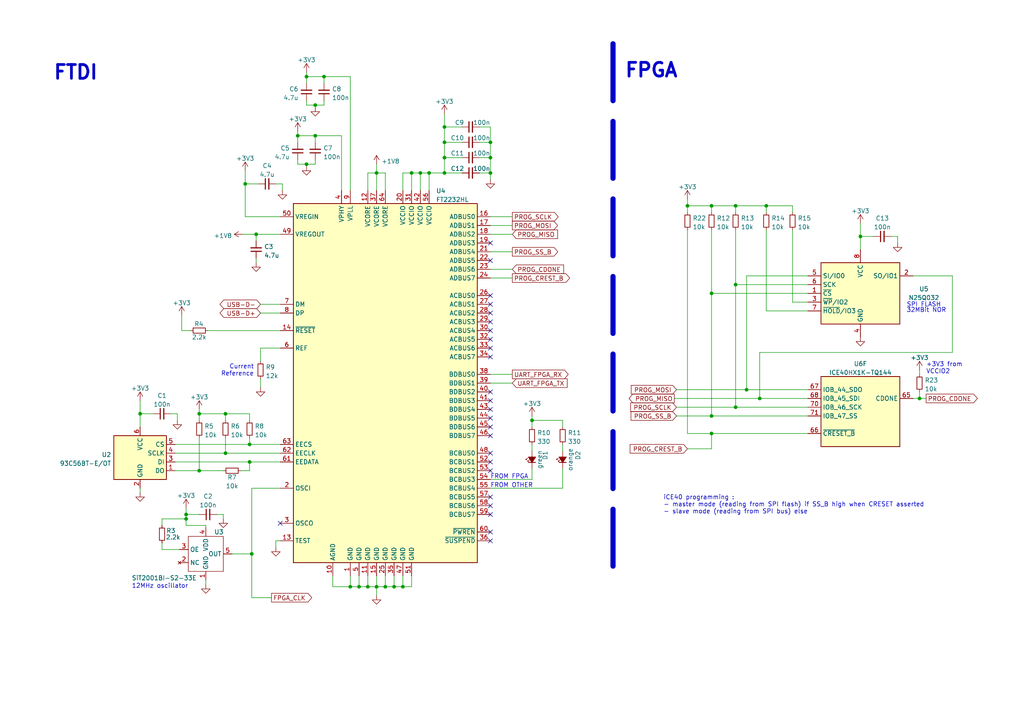
<source format=kicad_sch>
(kicad_sch (version 20211123) (generator eeschema)
  (paper "A4")
  (lib_symbols
    (symbol "Arduino Shields:93C56BT-E{slash}OT"
      (property "Reference" "U?" (at -8.3819 -0.4353 0))
      (property "Value" "93C56BT-E/OT" (at -8.3819 -2.9722 0))
      (symbol "93C56BT-E{slash}OT_1_1"
        (pin tri_state line (at 10.16 -5.08 180) (length 2.54) (name "DO") (number "1"))
        (pin power_in line (at 0 -10.16 90) (length 2.54) (name "GND") (number "2"))
        (pin input line (at 10.16 -2.54 180) (length 2.54) (name "DI") (number "3"))
        (pin input line (at 10.16 0 180) (length 2.54) (name "SCLK") (number "4"))
        (pin input line (at 10.16 2.54 180) (length 2.54) (name "CS") (number "5"))
        (pin power_in line (at 0 7.62 270) (length 2.54) (name "VCC") (number "6"))
      )
    )
    (symbol "Arduino Shields:SiT2001BI-S2-33E"
      (property "Reference" "U" (at 2.54 -6.35 0))
      (property "Value" "SiT2001BI-S2-33E" (at 11.43 -8.89 0))
      (symbol "SiT2001BI-S2-33E_1_1"
        (pin power_out line (at 0 -7.62 90) (length 2.54) (name "GND") (number "1"))
        (pin no_connect line (at -7.62 -2.54 0) (length 2.54) (name "NC") (number "2"))
        (pin input line (at -7.62 1.27 0) (length 2.54) (name "OE") (number "3"))
        (pin power_in line (at 0 7.62 270) (length 2.54) (name "VDD") (number "4"))
        (pin output line (at 7.62 0 180) (length 2.54) (name "OUT") (number "5"))
      )
    )
    (symbol "Device:C_Small" (pin_numbers hide) (pin_names (offset 0.254) hide)
      (property "Reference" "C" (at 0.254 1.778 0))
      (property "Value" "C_Small" (at 0.254 -2.032 0))
      (symbol "C_Small_1_1"
        (pin passive line (at 0 2.54 270) (length 2.032) (name "~") (number "1"))
        (pin passive line (at 0 -2.54 90) (length 2.032) (name "~") (number "2"))
      )
    )
    (symbol "Device:LED_Small_Filled" (pin_numbers hide) (pin_names (offset 0.254) hide)
      (property "Reference" "D" (at -1.27 3.175 0))
      (property "Value" "LED_Small_Filled" (at -4.445 -2.54 0))
      (symbol "LED_Small_Filled_1_1"
        (pin passive line (at -2.54 0 0) (length 1.778) (name "K") (number "1"))
        (pin passive line (at 2.54 0 180) (length 1.778) (name "A") (number "2"))
      )
    )
    (symbol "Device:R_Small" (pin_numbers hide) (pin_names (offset 0.254) hide)
      (property "Reference" "R" (at 0.762 0.508 0))
      (property "Value" "R_Small" (at 0.762 -1.016 0))
      (symbol "R_Small_1_1"
        (pin passive line (at 0 2.54 270) (length 0.762) (name "~") (number "1"))
        (pin passive line (at 0 -2.54 90) (length 0.762) (name "~") (number "2"))
      )
    )
    (symbol "gueg_lib:FT2232HL"
      (property "Reference" "U" (at -26.67 53.34 0))
      (property "Value" "FT2232HL" (at 19.05 53.34 0))
      (symbol "FT2232HL_1_1"
        (pin power_in line (at -10.16 -55.88 90) (length 3.81) (name "GND") (number "1"))
        (pin power_in line (at -15.24 -55.88 90) (length 3.81) (name "AGND") (number "10"))
        (pin power_in line (at -5.08 -55.88 90) (length 3.81) (name "GND") (number "11"))
        (pin power_in line (at -5.08 55.88 270) (length 3.81) (name "VCORE") (number "12"))
        (pin input line (at -30.48 -45.72 0) (length 3.81) (name "TEST") (number "13"))
        (pin input line (at -30.48 15.24 0) (length 3.81) (name "~{RESET}") (number "14"))
        (pin power_in line (at -2.54 -55.88 90) (length 3.81) (name "GND") (number "15"))
        (pin bidirectional line (at 30.48 48.26 180) (length 3.81) (name "ADBUS0") (number "16"))
        (pin bidirectional line (at 30.48 45.72 180) (length 3.81) (name "ADBUS1") (number "17"))
        (pin bidirectional line (at 30.48 43.18 180) (length 3.81) (name "ADBUS2") (number "18"))
        (pin bidirectional line (at 30.48 40.64 180) (length 3.81) (name "ADBUS3") (number "19"))
        (pin input line (at -30.48 -30.48 0) (length 3.81) (name "OSCI") (number "2"))
        (pin power_in line (at 5.08 55.88 270) (length 3.81) (name "VCCIO") (number "20"))
        (pin bidirectional line (at 30.48 38.1 180) (length 3.81) (name "ADBUS4") (number "21"))
        (pin bidirectional line (at 30.48 35.56 180) (length 3.81) (name "ADBUS5") (number "22"))
        (pin bidirectional line (at 30.48 33.02 180) (length 3.81) (name "ADBUS6") (number "23"))
        (pin bidirectional line (at 30.48 30.48 180) (length 3.81) (name "ADBUS7") (number "24"))
        (pin power_in line (at 0 -55.88 90) (length 3.81) (name "GND") (number "25"))
        (pin bidirectional line (at 30.48 25.4 180) (length 3.81) (name "ACBUS0") (number "26"))
        (pin bidirectional line (at 30.48 22.86 180) (length 3.81) (name "ACBUS1") (number "27"))
        (pin bidirectional line (at 30.48 20.32 180) (length 3.81) (name "ACBUS2") (number "28"))
        (pin bidirectional line (at 30.48 17.78 180) (length 3.81) (name "ACBUS3") (number "29"))
        (pin output line (at -30.48 -40.64 0) (length 3.81) (name "OSCO") (number "3"))
        (pin bidirectional line (at 30.48 15.24 180) (length 3.81) (name "ACBUS4") (number "30"))
        (pin power_in line (at 7.62 55.88 270) (length 3.81) (name "VCCIO") (number "31"))
        (pin bidirectional line (at 30.48 12.7 180) (length 3.81) (name "ACBUS5") (number "32"))
        (pin bidirectional line (at 30.48 10.16 180) (length 3.81) (name "ACBUS6") (number "33"))
        (pin bidirectional line (at 30.48 7.62 180) (length 3.81) (name "ACBUS7") (number "34"))
        (pin power_in line (at 2.54 -55.88 90) (length 3.81) (name "GND") (number "35"))
        (pin output line (at 30.48 -45.72 180) (length 3.81) (name "~{SUSPEND}") (number "36"))
        (pin power_in line (at -2.54 55.88 270) (length 3.81) (name "VCORE") (number "37"))
        (pin bidirectional line (at 30.48 2.54 180) (length 3.81) (name "BDBUS0") (number "38"))
        (pin bidirectional line (at 30.48 0 180) (length 3.81) (name "BDBUS1") (number "39"))
        (pin power_in line (at -12.7 55.88 270) (length 3.81) (name "VPHY") (number "4"))
        (pin bidirectional line (at 30.48 -2.54 180) (length 3.81) (name "BDBUS2") (number "40"))
        (pin bidirectional line (at 30.48 -5.08 180) (length 3.81) (name "BDBUS3") (number "41"))
        (pin power_in line (at 10.16 55.88 270) (length 3.81) (name "VCCIO") (number "42"))
        (pin bidirectional line (at 30.48 -7.62 180) (length 3.81) (name "BDBUS4") (number "43"))
        (pin bidirectional line (at 30.48 -10.16 180) (length 3.81) (name "BDBUS5") (number "44"))
        (pin bidirectional line (at 30.48 -12.7 180) (length 3.81) (name "BDBUS6") (number "45"))
        (pin bidirectional line (at 30.48 -15.24 180) (length 3.81) (name "BDBUS7") (number "46"))
        (pin power_in line (at 5.08 -55.88 90) (length 3.81) (name "GND") (number "47"))
        (pin bidirectional line (at 30.48 -20.32 180) (length 3.81) (name "BCBUS0") (number "48"))
        (pin power_out line (at -30.48 43.18 0) (length 3.81) (name "VREGOUT") (number "49"))
        (pin power_in line (at -7.62 -55.88 90) (length 3.81) (name "GND") (number "5"))
        (pin power_in line (at -30.48 48.26 0) (length 3.81) (name "VREGIN") (number "50"))
        (pin power_in line (at 7.62 -55.88 90) (length 3.81) (name "GND") (number "51"))
        (pin bidirectional line (at 30.48 -22.86 180) (length 3.81) (name "BCBUS1") (number "52"))
        (pin bidirectional line (at 30.48 -25.4 180) (length 3.81) (name "BCBUS2") (number "53"))
        (pin bidirectional line (at 30.48 -27.94 180) (length 3.81) (name "BCBUS3") (number "54"))
        (pin bidirectional line (at 30.48 -30.48 180) (length 3.81) (name "BCBUS4") (number "55"))
        (pin power_in line (at 12.7 55.88 270) (length 3.81) (name "VCCIO") (number "56"))
        (pin bidirectional line (at 30.48 -33.02 180) (length 3.81) (name "BCBUS5") (number "57"))
        (pin bidirectional line (at 30.48 -35.56 180) (length 3.81) (name "BCBUS6") (number "58"))
        (pin bidirectional line (at 30.48 -38.1 180) (length 3.81) (name "BCBUS7") (number "59"))
        (pin output line (at -30.48 10.16 0) (length 3.81) (name "REF") (number "6"))
        (pin output line (at 30.48 -43.18 180) (length 3.81) (name "~{PWREN}") (number "60"))
        (pin bidirectional line (at -30.48 -22.86 0) (length 3.81) (name "EEDATA") (number "61"))
        (pin output line (at -30.48 -20.32 0) (length 3.81) (name "EECLK") (number "62"))
        (pin output line (at -30.48 -17.78 0) (length 3.81) (name "EECS") (number "63"))
        (pin power_in line (at 0 55.88 270) (length 3.81) (name "VCORE") (number "64"))
        (pin bidirectional line (at -30.48 22.86 0) (length 3.81) (name "DM") (number "7"))
        (pin bidirectional line (at -30.48 20.32 0) (length 3.81) (name "DP") (number "8"))
        (pin input line (at -10.16 55.88 270) (length 3.81) (name "VPLL") (number "9"))
      )
    )
    (symbol "gueg_lib:ICE40HX1K-TQ144"
      (property "Reference" "U?" (at 21.2521 3.4584 0))
      (property "Value" "ICE40HX1K-TQ144" (at 21.2521 0.9215 0))
      (symbol "ICE40HX1K-TQ144_1_1"
        (pin bidirectional line (at -12.7 27.94 0) (length 3.81) (name "IOT_73") (number "112"))
        (pin bidirectional line (at -12.7 25.4 0) (length 3.81) (name "IOT_74") (number "113"))
        (pin bidirectional line (at -12.7 22.86 0) (length 3.81) (name "IOT_75") (number "114"))
        (pin bidirectional line (at -12.7 20.32 0) (length 3.81) (name "IOT_76") (number "115"))
        (pin bidirectional line (at -12.7 17.78 0) (length 3.81) (name "IOT_77") (number "116"))
        (pin bidirectional line (at -12.7 15.24 0) (length 3.81) (name "IOT_78") (number "117"))
        (pin bidirectional line (at -12.7 12.7 0) (length 3.81) (name "IOT_79") (number "118"))
        (pin bidirectional line (at -12.7 10.16 0) (length 3.81) (name "IOT_80") (number "119"))
        (pin bidirectional line (at -12.7 7.62 0) (length 3.81) (name "IOT_81") (number "120"))
        (pin bidirectional line (at -12.7 5.08 0) (length 3.81) (name "IOT_82") (number "121"))
        (pin bidirectional line (at -12.7 2.54 0) (length 3.81) (name "IOT_83") (number "122"))
        (pin power_in line (at 0 35.56 270) (length 3.81) (name "VCCIO_0") (number "123"))
        (pin bidirectional line (at -12.7 0 0) (length 3.81) (name "IOT_84_GBIN1") (number "128"))
        (pin bidirectional line (at -12.7 -2.54 0) (length 3.81) (name "IOT_85_GBIN0") (number "129"))
        (pin passive line (at 0 35.56 270) (length 3.81) hide (name "VCCIO_0") (number "133"))
        (pin bidirectional line (at -12.7 -5.08 0) (length 3.81) (name "IOT_87") (number "134"))
        (pin bidirectional line (at -12.7 -7.62 0) (length 3.81) (name "IOT_88") (number "135"))
        (pin bidirectional line (at -12.7 -10.16 0) (length 3.81) (name "IOT_89") (number "136"))
        (pin bidirectional line (at -12.7 -12.7 0) (length 3.81) (name "IOT_90") (number "137"))
        (pin bidirectional line (at -12.7 -15.24 0) (length 3.81) (name "IOT_91") (number "138"))
        (pin bidirectional line (at -12.7 -17.78 0) (length 3.81) (name "IOT_92") (number "139"))
        (pin bidirectional line (at -12.7 -20.32 0) (length 3.81) (name "IOT_93") (number "141"))
        (pin bidirectional line (at -12.7 -22.86 0) (length 3.81) (name "IOT_94") (number "142"))
        (pin bidirectional line (at -12.7 -25.4 0) (length 3.81) (name "IOT_95") (number "143"))
        (pin bidirectional line (at -12.7 -27.94 0) (length 3.81) (name "IOT_96") (number "144"))
        (pin no_connect line (at 7.62 10.16 180) (length 3.81) hide (name "NC") (number "15"))
        (pin no_connect line (at 7.62 7.62 180) (length 3.81) hide (name "NC") (number "16"))
        (pin no_connect line (at 7.62 5.08 180) (length 3.81) hide (name "NC") (number "17"))
        (pin no_connect line (at 7.62 -7.62 180) (length 3.81) hide (name "NC") (number "18"))
        (pin no_connect line (at 7.62 -10.16 180) (length 3.81) hide (name "NC") (number "77"))
      )
      (symbol "ICE40HX1K-TQ144_2_1"
        (pin passive line (at 0 38.1 270) (length 3.81) hide (name "VCCIO_1") (number "100"))
        (pin bidirectional line (at -12.7 -17.78 0) (length 3.81) (name "IOR_67") (number "101"))
        (pin bidirectional line (at -12.7 -20.32 0) (length 3.81) (name "IOR_68") (number "102"))
        (pin bidirectional line (at -12.7 -22.86 0) (length 3.81) (name "IOR_69") (number "104"))
        (pin bidirectional line (at -12.7 -25.4 0) (length 3.81) (name "IOR_70") (number "105"))
        (pin bidirectional line (at -12.7 -27.94 0) (length 3.81) (name "IOR_71") (number "106"))
        (pin bidirectional line (at -12.7 -30.48 0) (length 3.81) (name "IOR_72") (number "107"))
        (pin no_connect line (at 7.62 10.16 180) (length 3.81) hide (name "NC") (number "40"))
        (pin no_connect line (at 7.62 7.62 180) (length 3.81) hide (name "NC") (number "53"))
        (pin no_connect line (at 7.62 5.08 180) (length 3.81) hide (name "NC") (number "54"))
        (pin no_connect line (at 7.62 -7.62 180) (length 3.81) hide (name "NC") (number "55"))
        (pin bidirectional line (at -12.7 30.48 0) (length 3.81) (name "IOR_48") (number "73"))
        (pin bidirectional line (at -12.7 27.94 0) (length 3.81) (name "IOR_49") (number "74"))
        (pin bidirectional line (at -12.7 25.4 0) (length 3.81) (name "IOR_50") (number "75"))
        (pin bidirectional line (at -12.7 22.86 0) (length 3.81) (name "IOR_51") (number "76"))
        (pin bidirectional line (at -12.7 20.32 0) (length 3.81) (name "IOR_52") (number "78"))
        (pin bidirectional line (at -12.7 17.78 0) (length 3.81) (name "IOR_53") (number "79"))
        (pin bidirectional line (at -12.7 15.24 0) (length 3.81) (name "IOR_54") (number "80"))
        (pin bidirectional line (at -12.7 12.7 0) (length 3.81) (name "IOR_55") (number "81"))
        (pin no_connect line (at 7.62 -10.16 180) (length 3.81) hide (name "NC") (number "82"))
        (pin bidirectional line (at -12.7 10.16 0) (length 3.81) (name "IOR_56") (number "87"))
        (pin bidirectional line (at -12.7 7.62 0) (length 3.81) (name "IOR_57") (number "88"))
        (pin power_in line (at 0 38.1 270) (length 3.81) (name "VCCIO_1") (number "89"))
        (pin bidirectional line (at -12.7 5.08 0) (length 3.81) (name "IOR_58") (number "90"))
        (pin bidirectional line (at -12.7 2.54 0) (length 3.81) (name "IOR_59") (number "91"))
        (pin bidirectional line (at -12.7 0 0) (length 3.81) (name "IOR_60_GBIN3") (number "93"))
        (pin bidirectional line (at -12.7 -2.54 0) (length 3.81) (name "IOR_61_GBIN2") (number "94"))
        (pin bidirectional line (at -12.7 -5.08 0) (length 3.81) (name "IOR_62") (number "95"))
        (pin bidirectional line (at -12.7 -7.62 0) (length 3.81) (name "IOR_63") (number "96"))
        (pin bidirectional line (at -12.7 -10.16 0) (length 3.81) (name "IOR_64") (number "97"))
        (pin bidirectional line (at -12.7 -12.7 0) (length 3.81) (name "IOR_65") (number "98"))
        (pin bidirectional line (at -12.7 -15.24 0) (length 3.81) (name "IOR_66") (number "99"))
      )
      (symbol "ICE40HX1K-TQ144_3_1"
        (pin no_connect line (at 7.62 -10.16 180) (length 3.81) hide (name "NC") (number "110"))
        (pin no_connect line (at 7.62 -17.78 180) (length 3.81) hide (name "NC") (number "124"))
        (pin bidirectional line (at -12.7 22.86 0) (length 3.81) (name "IOB_24") (number "37"))
        (pin bidirectional line (at -12.7 20.32 0) (length 3.81) (name "IOB_25") (number "38"))
        (pin bidirectional line (at -12.7 17.78 0) (length 3.81) (name "IOB_26") (number "39"))
        (pin bidirectional line (at -12.7 15.24 0) (length 3.81) (name "IOB_27") (number "41"))
        (pin bidirectional line (at -12.7 12.7 0) (length 3.81) (name "IOB_28") (number "42"))
        (pin bidirectional line (at -12.7 10.16 0) (length 3.81) (name "IOB_29") (number "43"))
        (pin bidirectional line (at -12.7 7.62 0) (length 3.81) (name "IOB_30") (number "44"))
        (pin bidirectional line (at -12.7 5.08 0) (length 3.81) (name "IOB_31") (number "45"))
        (pin power_in line (at 0 33.02 270) (length 3.81) (name "VCCIO_2") (number "46"))
        (pin bidirectional line (at -12.7 2.54 0) (length 3.81) (name "IOB_32") (number "47"))
        (pin bidirectional line (at -12.7 0 0) (length 3.81) (name "IOB_33") (number "48"))
        (pin bidirectional line (at -12.7 -2.54 0) (length 3.81) (name "IOB_35_GBIN5") (number "49"))
        (pin bidirectional line (at -12.7 -5.08 0) (length 3.81) (name "IOB_36_GBIN4") (number "50"))
        (pin bidirectional line (at -12.7 -7.62 0) (length 3.81) (name "IOB_34") (number "52"))
        (pin bidirectional line (at -12.7 -10.16 0) (length 3.81) (name "IOB_37") (number "56"))
        (pin passive line (at 0 33.02 270) (length 3.81) hide (name "VCCIO_2") (number "57"))
        (pin bidirectional line (at -12.7 -12.7 0) (length 3.81) (name "IOB_38") (number "58"))
        (pin bidirectional line (at -12.7 -15.24 0) (length 3.81) (name "IOB_39") (number "60"))
        (pin bidirectional line (at -12.7 -17.78 0) (length 3.81) (name "IOB_40") (number "61"))
        (pin bidirectional line (at -12.7 -20.32 0) (length 3.81) (name "IOB_41") (number "62"))
        (pin bidirectional line (at -12.7 -22.86 0) (length 3.81) (name "IOB_42_CBSEL0") (number "63"))
        (pin bidirectional line (at -12.7 -25.4 0) (length 3.81) (name "IOB_43_CBSEL1") (number "64"))
        (pin no_connect line (at 7.62 10.16 180) (length 3.81) hide (name "NC") (number "83"))
        (pin no_connect line (at 7.62 7.62 180) (length 3.81) hide (name "NC") (number "84"))
        (pin no_connect line (at 7.62 -12.7 180) (length 3.81) hide (name "NC") (number "85"))
      )
      (symbol "ICE40HX1K-TQ144_4_1"
        (pin bidirectional line (at -12.7 27.94 0) (length 3.81) (name "IOL_1A") (number "1"))
        (pin bidirectional line (at -12.7 10.16 0) (length 3.81) (name "IOL_4B") (number "10"))
        (pin bidirectional line (at -12.7 7.62 0) (length 3.81) (name "IOL_5A") (number "11"))
        (pin bidirectional line (at -12.7 5.08 0) (length 3.81) (name "IOL_5B") (number "12"))
        (pin no_connect line (at 7.62 10.16 180) (length 3.81) hide (name "NC") (number "125"))
        (pin no_connect line (at 7.62 7.62 180) (length 3.81) hide (name "NC") (number "126"))
        (pin no_connect line (at 7.62 5.08 180) (length 3.81) hide (name "NC") (number "127"))
        (pin no_connect line (at 7.62 -7.62 180) (length 3.81) hide (name "NC") (number "130"))
        (pin no_connect line (at 7.62 -10.16 180) (length 3.81) hide (name "NC") (number "131"))
        (pin bidirectional line (at -12.7 2.54 0) (length 3.81) (name "IOL_6A") (number "19"))
        (pin bidirectional line (at -12.7 25.4 0) (length 3.81) (name "IOL_1B") (number "2"))
        (pin bidirectional line (at -12.7 0 0) (length 3.81) (name "IOL_6B_GBIN7") (number "20"))
        (pin bidirectional line (at -12.7 -2.54 0) (length 3.81) (name "IOL_7A_GBIN6") (number "21"))
        (pin bidirectional line (at -12.7 -5.08 0) (length 3.81) (name "IOL_7B") (number "22"))
        (pin bidirectional line (at -12.7 -7.62 0) (length 3.81) (name "IOL_8A") (number "23"))
        (pin bidirectional line (at -12.7 -10.16 0) (length 3.81) (name "IOL_8B") (number "24"))
        (pin bidirectional line (at -12.7 -12.7 0) (length 3.81) (name "IOL_9A") (number "25"))
        (pin bidirectional line (at -12.7 -15.24 0) (length 3.81) (name "IOL_9B") (number "26"))
        (pin bidirectional line (at -12.7 -17.78 0) (length 3.81) (name "IOL_10A") (number "28"))
        (pin bidirectional line (at -12.7 -20.32 0) (length 3.81) (name "IOL_10B") (number "29"))
        (pin bidirectional line (at -12.7 22.86 0) (length 3.81) (name "IOL_2A") (number "3"))
        (pin passive line (at 0 38.1 270) (length 3.81) hide (name "VCCIO_3") (number "30"))
        (pin bidirectional line (at -12.7 -22.86 0) (length 3.81) (name "IOL_11A") (number "31"))
        (pin bidirectional line (at -12.7 -25.4 0) (length 3.81) (name "IOL_11B") (number "32"))
        (pin bidirectional line (at -12.7 -27.94 0) (length 3.81) (name "IOL_12A") (number "33"))
        (pin bidirectional line (at -12.7 -30.48 0) (length 3.81) (name "IOL_12B") (number "34"))
        (pin bidirectional line (at -12.7 20.32 0) (length 3.81) (name "IOL_2B") (number "4"))
        (pin power_in line (at 0 38.1 270) (length 3.81) (name "VCCIO_3") (number "6"))
        (pin bidirectional line (at -12.7 17.78 0) (length 3.81) (name "IOL_3A") (number "7"))
        (pin bidirectional line (at -12.7 15.24 0) (length 3.81) (name "IOL_3B") (number "8"))
        (pin bidirectional line (at -12.7 12.7 0) (length 3.81) (name "IOL_4A") (number "9"))
      )
      (symbol "ICE40HX1K-TQ144_5_1"
        (pin passive line (at -3.81 -10.16 90) (length 3.81) hide (name "GND") (number "103"))
        (pin power_in line (at 2.54 17.78 270) (length 3.81) (name "VPP_2V5") (number "108"))
        (pin power_in line (at -2.54 17.78 270) (length 3.81) (name "VPP_FAST") (number "109"))
        (pin passive line (at 0 17.78 270) (length 3.81) hide (name "VCC") (number "111"))
        (pin passive line (at -3.81 -10.16 90) (length 3.81) hide (name "GND") (number "13"))
        (pin passive line (at -3.81 -10.16 90) (length 3.81) hide (name "GND") (number "132"))
        (pin passive line (at -3.81 -10.16 90) (length 3.81) hide (name "GND") (number "14"))
        (pin passive line (at -3.81 -10.16 90) (length 3.81) hide (name "GND") (number "140"))
        (pin power_in line (at 0 17.78 270) (length 3.81) (name "VCC") (number "27"))
        (pin power_in line (at 3.81 -10.16 90) (length 3.81) (name "GNDPLL") (number "35"))
        (pin power_in line (at 7.62 17.78 270) (length 3.81) (name "VCCPLL") (number "36"))
        (pin power_in line (at -3.81 -10.16 90) (length 3.81) (name "GND") (number "5"))
        (pin passive line (at 0 17.78 270) (length 3.81) hide (name "VCC") (number "51"))
        (pin passive line (at -3.81 -10.16 90) (length 3.81) hide (name "GND") (number "59"))
        (pin passive line (at -3.81 -10.16 90) (length 3.81) hide (name "GND") (number "69"))
        (pin power_in line (at -7.62 17.78 270) (length 3.81) (name "VCC_SPI") (number "72"))
        (pin passive line (at -3.81 -10.16 90) (length 3.81) hide (name "GND") (number "86"))
        (pin passive line (at 0 17.78 270) (length 3.81) hide (name "VCC") (number "92"))
      )
      (symbol "ICE40HX1K-TQ144_6_1"
        (pin open_collector line (at 15.24 3.81 180) (length 3.81) (name "CDONE") (number "65"))
        (pin input line (at -15.24 -6.35 0) (length 3.81) (name "~{CRESET_B}") (number "66"))
        (pin bidirectional line (at -15.24 6.35 0) (length 3.81) (name "IOB_44_SDO") (number "67"))
        (pin bidirectional line (at -15.24 3.81 0) (length 3.81) (name "IOB_45_SDI") (number "68"))
        (pin bidirectional line (at -15.24 1.27 0) (length 3.81) (name "IOB_46_SCK") (number "70"))
        (pin bidirectional line (at -15.24 -1.27 0) (length 3.81) (name "IOB_47_SS") (number "71"))
      )
    )
    (symbol "gueg_lib:N25Q"
      (property "Reference" "U" (at 2.54 12.7 0))
      (property "Value" "N25Q" (at 10.16 10.16 0))
      (symbol "N25Q_1_1"
        (pin input line (at -15.24 0 0) (length 3.81) (name "~{CS}") (number "1"))
        (pin bidirectional line (at 15.24 5.08 180) (length 3.81) (name "SO/IO1") (number "2"))
        (pin bidirectional line (at -15.24 -2.54 0) (length 3.81) (name "~{WP}/IO2") (number "3"))
        (pin power_in line (at 0 -12.7 90) (length 3.81) (name "GND") (number "4"))
        (pin bidirectional line (at -15.24 5.08 0) (length 3.81) (name "SI/IO0") (number "5"))
        (pin input line (at -15.24 2.54 0) (length 3.81) (name "SCK") (number "6"))
        (pin bidirectional line (at -15.24 -5.08 0) (length 3.81) (name "~{HOLD}/IO3") (number "7"))
        (pin power_in line (at 0 12.7 270) (length 3.81) (name "VCC") (number "8"))
      )
    )
    (symbol "power:+1V8" (power) (pin_names (offset 0))
      (property "Value" "+1V8" (at 0 3.556 0))
      (symbol "+1V8_1_1"
        (pin power_in line (at 0 0 90) (length 0) hide (name "+1V8") (number "1"))
      )
    )
    (symbol "power:+3V3" (power) (pin_names (offset 0))
      (property "Value" "+3V3" (at 0 3.556 0))
      (symbol "+3V3_1_1"
        (pin power_in line (at 0 0 90) (length 0) hide (name "+3V3") (number "1"))
      )
    )
    (symbol "power:GND" (power) (pin_names (offset 0))
      (property "Value" "GND" (at 0 -3.81 0))
      (symbol "GND_1_1"
        (pin power_in line (at 0 0 270) (length 0) hide (name "GND") (number "1"))
      )
    )
  )
  (junction (at 104.14 170.18))
  (junction (at 222.25 59.69))
  (junction (at 220.345 115.57))
  (junction (at 53.975 149.225))
  (junction (at 91.44 30.48))
  (junction (at 124.46 50.165))
  (junction (at 116.84 170.18))
  (junction (at 206.375 59.69))
  (junction (at 128.905 36.83))
  (junction (at 121.92 50.165))
  (junction (at 128.905 50.165))
  (junction (at 57.785 120.015))
  (junction (at 119.38 50.165))
  (junction (at 40.64 120.015))
  (junction (at 111.76 170.18))
  (junction (at 86.36 39.37))
  (junction (at 206.375 85.09))
  (junction (at 128.905 41.275))
  (junction (at 266.7 115.57))
  (junction (at 101.6 170.18))
  (junction (at 106.68 170.18))
  (junction (at 71.12 53.34))
  (junction (at 73.025 160.655))
  (junction (at 142.24 41.275))
  (junction (at 65.405 120.015))
  (junction (at 109.22 170.18))
  (junction (at 65.405 131.445))
  (junction (at 88.9 22.225))
  (junction (at 199.39 59.69))
  (junction (at 249.555 68.58))
  (junction (at 213.36 82.55))
  (junction (at 154.305 121.92))
  (junction (at 109.22 50.165))
  (junction (at 93.98 22.225))
  (junction (at 72.39 133.985))
  (junction (at 53.975 150.495))
  (junction (at 213.36 59.69))
  (junction (at 74.295 67.945))
  (junction (at 57.785 136.525))
  (junction (at 206.375 125.73))
  (junction (at 91.44 39.37))
  (junction (at 216.535 113.03))
  (junction (at 213.36 118.11))
  (junction (at 128.905 45.72))
  (junction (at 114.3 170.18))
  (junction (at 88.9 47.625))
  (junction (at 142.24 45.72))
  (junction (at 72.39 128.905))
  (junction (at 206.375 120.65))
  (junction (at 142.24 50.165))
  (no_connect (at 81.28 151.765))
  (no_connect (at 142.24 90.805))
  (no_connect (at 142.24 136.525))
  (no_connect (at 142.24 121.285))
  (no_connect (at 142.24 95.885))
  (no_connect (at 142.24 118.745))
  (no_connect (at 142.24 146.685))
  (no_connect (at 142.24 88.265))
  (no_connect (at 142.24 103.505))
  (no_connect (at 142.24 149.225))
  (no_connect (at 142.24 85.725))
  (no_connect (at 142.24 116.205))
  (no_connect (at 142.24 131.445))
  (no_connect (at 142.24 133.985))
  (no_connect (at 142.24 70.485))
  (no_connect (at 142.24 126.365))
  (no_connect (at 142.24 98.425))
  (no_connect (at 142.24 93.345))
  (no_connect (at 142.24 113.665))
  (no_connect (at 142.24 123.825))
  (no_connect (at 142.24 144.145))
  (no_connect (at 142.24 75.565))
  (no_connect (at 142.24 100.965))
  (no_connect (at 142.24 154.305))
  (no_connect (at 142.24 156.845))
  (wire (pts (xy 128.905 45.72) (xy 128.905 50.165)))
  (wire (pts (xy 53.975 149.225) (xy 53.975 147.32)))
  (wire (pts (xy 133.985 41.275) (xy 128.905 41.275)))
  (wire (pts (xy 73.025 141.605) (xy 73.025 160.655)))
  (wire (pts (xy 104.14 170.18) (xy 106.68 170.18)))
  (wire (pts (xy 93.98 29.21) (xy 93.98 30.48)))
  (wire (pts (xy 114.3 170.18) (xy 116.84 170.18)))
  (wire (pts (xy 142.24 41.275) (xy 142.24 45.72)))
  (wire (pts (xy 142.24 139.065) (xy 154.305 139.065)))
  (wire (pts (xy 154.305 121.92) (xy 154.305 123.825)))
  (wire (pts (xy 206.375 85.09) (xy 206.375 120.65)))
  (wire (pts (xy 59.69 152.4) (xy 59.69 153.035)))
  (wire (pts (xy 93.98 24.13) (xy 93.98 22.225)))
  (wire (pts (xy 86.36 38.1) (xy 86.36 39.37)))
  (wire (pts (xy 73.025 173.355) (xy 78.74 173.355)))
  (wire (pts (xy 71.12 53.34) (xy 71.12 62.865)))
  (wire (pts (xy 64.77 149.225) (xy 64.77 150.495)))
  (wire (pts (xy 50.8 131.445) (xy 65.405 131.445)))
  (wire (pts (xy 116.84 55.245) (xy 116.84 50.165)))
  (wire (pts (xy 46.99 152.4) (xy 46.99 150.495)))
  (wire (pts (xy 101.6 167.005) (xy 101.6 170.18)))
  (wire (pts (xy 199.39 57.785) (xy 199.39 59.69)))
  (wire (pts (xy 86.36 39.37) (xy 91.44 39.37)))
  (wire (pts (xy 71.12 53.34) (xy 71.12 49.53)))
  (wire (pts (xy 57.785 127) (xy 57.785 136.525)))
  (wire (pts (xy 142.24 45.72) (xy 142.24 50.165)))
  (wire (pts (xy 65.405 131.445) (xy 81.28 131.445)))
  (wire (pts (xy 88.9 20.955) (xy 88.9 22.225)))
  (wire (pts (xy 72.39 136.525) (xy 72.39 133.985)))
  (wire (pts (xy 213.36 82.55) (xy 213.36 118.11)))
  (wire (pts (xy 57.785 120.015) (xy 57.785 118.745)))
  (polyline (pts (xy 177.8 12.7) (xy 177.8 165.1)) (stroke (width 1.5) (type dash)))
  (wire (pts (xy 57.785 136.525) (xy 64.77 136.525)))
  (wire (pts (xy 81.28 62.865) (xy 71.12 62.865)))
  (wire (pts (xy 111.76 170.18) (xy 114.3 170.18)))
  (wire (pts (xy 119.38 170.18) (xy 119.38 167.005)))
  (wire (pts (xy 57.785 120.015) (xy 57.785 121.92)))
  (wire (pts (xy 106.68 55.245) (xy 106.68 50.165)))
  (wire (pts (xy 65.405 120.015) (xy 57.785 120.015)))
  (wire (pts (xy 116.84 167.005) (xy 116.84 170.18)))
  (wire (pts (xy 222.25 59.69) (xy 229.87 59.69)))
  (wire (pts (xy 109.22 167.005) (xy 109.22 170.18)))
  (wire (pts (xy 53.975 149.225) (xy 53.975 150.495)))
  (wire (pts (xy 220.345 115.57) (xy 234.315 115.57)))
  (wire (pts (xy 266.7 108.585) (xy 266.7 107.315)))
  (wire (pts (xy 86.36 46.355) (xy 86.36 47.625)))
  (wire (pts (xy 264.795 115.57) (xy 266.7 115.57)))
  (wire (pts (xy 65.405 120.015) (xy 65.405 121.92)))
  (wire (pts (xy 91.44 30.48) (xy 93.98 30.48)))
  (wire (pts (xy 111.76 167.005) (xy 111.76 170.18)))
  (wire (pts (xy 106.68 167.005) (xy 106.68 170.18)))
  (wire (pts (xy 139.065 36.83) (xy 142.24 36.83)))
  (wire (pts (xy 206.375 130.175) (xy 206.375 125.73)))
  (wire (pts (xy 128.905 50.165) (xy 133.985 50.165)))
  (wire (pts (xy 80.01 158.75) (xy 80.01 156.845)))
  (wire (pts (xy 91.44 30.48) (xy 91.44 31.115)))
  (wire (pts (xy 276.225 102.235) (xy 220.345 102.235)))
  (wire (pts (xy 266.7 115.57) (xy 268.605 115.57)))
  (wire (pts (xy 44.45 120.015) (xy 40.64 120.015)))
  (wire (pts (xy 196.215 118.11) (xy 213.36 118.11)))
  (wire (pts (xy 75.565 88.265) (xy 81.28 88.265)))
  (wire (pts (xy 124.46 50.165) (xy 128.905 50.165)))
  (wire (pts (xy 234.315 87.63) (xy 229.87 87.63)))
  (wire (pts (xy 142.24 111.125) (xy 148.59 111.125)))
  (wire (pts (xy 139.065 41.275) (xy 142.24 41.275)))
  (wire (pts (xy 276.225 80.01) (xy 276.225 102.235)))
  (wire (pts (xy 206.375 125.73) (xy 234.315 125.73)))
  (wire (pts (xy 106.68 50.165) (xy 109.22 50.165)))
  (wire (pts (xy 199.39 125.73) (xy 206.375 125.73)))
  (wire (pts (xy 142.24 50.165) (xy 142.24 52.07)))
  (wire (pts (xy 222.25 90.17) (xy 222.25 66.675)))
  (wire (pts (xy 222.25 90.17) (xy 234.315 90.17)))
  (wire (pts (xy 55.245 95.885) (xy 52.705 95.885)))
  (wire (pts (xy 213.36 82.55) (xy 234.315 82.55)))
  (wire (pts (xy 142.24 141.605) (xy 163.195 141.605)))
  (wire (pts (xy 109.22 170.18) (xy 109.22 172.72)))
  (wire (pts (xy 222.25 61.595) (xy 222.25 59.69)))
  (wire (pts (xy 213.36 66.675) (xy 213.36 82.55)))
  (wire (pts (xy 72.39 120.015) (xy 65.405 120.015)))
  (wire (pts (xy 128.905 33.02) (xy 128.905 36.83)))
  (wire (pts (xy 72.39 127) (xy 72.39 128.905)))
  (wire (pts (xy 91.44 46.355) (xy 91.44 47.625)))
  (wire (pts (xy 75.565 109.855) (xy 75.565 112.395)))
  (wire (pts (xy 52.07 159.385) (xy 46.99 159.385)))
  (wire (pts (xy 99.06 39.37) (xy 99.06 55.245)))
  (wire (pts (xy 119.38 50.165) (xy 119.38 55.245)))
  (wire (pts (xy 142.24 80.645) (xy 148.59 80.645)))
  (wire (pts (xy 75.565 104.775) (xy 75.565 100.965)))
  (wire (pts (xy 73.025 141.605) (xy 81.28 141.605)))
  (wire (pts (xy 50.8 133.985) (xy 72.39 133.985)))
  (wire (pts (xy 128.905 41.275) (xy 128.905 45.72)))
  (wire (pts (xy 88.9 47.625) (xy 88.9 48.26)))
  (wire (pts (xy 216.535 113.03) (xy 234.315 113.03)))
  (wire (pts (xy 106.68 170.18) (xy 109.22 170.18)))
  (wire (pts (xy 142.24 108.585) (xy 148.59 108.585)))
  (wire (pts (xy 121.92 50.165) (xy 124.46 50.165)))
  (wire (pts (xy 163.195 128.905) (xy 163.195 130.81)))
  (wire (pts (xy 114.3 167.005) (xy 114.3 170.18)))
  (wire (pts (xy 72.39 128.905) (xy 81.28 128.905)))
  (wire (pts (xy 86.36 47.625) (xy 88.9 47.625)))
  (wire (pts (xy 264.795 80.01) (xy 276.225 80.01)))
  (wire (pts (xy 75.565 90.805) (xy 81.28 90.805)))
  (wire (pts (xy 111.76 55.245) (xy 111.76 50.165)))
  (wire (pts (xy 59.69 168.275) (xy 59.69 169.545)))
  (wire (pts (xy 74.93 53.34) (xy 71.12 53.34)))
  (wire (pts (xy 53.975 150.495) (xy 53.975 152.4)))
  (wire (pts (xy 234.315 80.01) (xy 216.535 80.01)))
  (wire (pts (xy 220.345 102.235) (xy 220.345 115.57)))
  (wire (pts (xy 142.24 73.025) (xy 148.59 73.025)))
  (wire (pts (xy 101.6 22.225) (xy 101.6 55.245)))
  (wire (pts (xy 229.87 61.595) (xy 229.87 59.69)))
  (wire (pts (xy 101.6 22.225) (xy 93.98 22.225)))
  (wire (pts (xy 199.39 66.675) (xy 199.39 125.73)))
  (wire (pts (xy 46.99 150.495) (xy 53.975 150.495)))
  (wire (pts (xy 142.24 36.83) (xy 142.24 41.275)))
  (wire (pts (xy 154.305 120.65) (xy 154.305 121.92)))
  (wire (pts (xy 116.84 50.165) (xy 119.38 50.165)))
  (wire (pts (xy 142.24 67.945) (xy 148.59 67.945)))
  (wire (pts (xy 199.39 59.69) (xy 199.39 61.595)))
  (wire (pts (xy 206.375 85.09) (xy 234.315 85.09)))
  (wire (pts (xy 74.295 69.85) (xy 74.295 67.945)))
  (wire (pts (xy 52.705 95.885) (xy 52.705 91.44)))
  (wire (pts (xy 70.485 67.945) (xy 74.295 67.945)))
  (wire (pts (xy 109.22 50.165) (xy 109.22 55.245)))
  (wire (pts (xy 88.9 47.625) (xy 91.44 47.625)))
  (wire (pts (xy 46.99 159.385) (xy 46.99 157.48)))
  (wire (pts (xy 121.92 50.165) (xy 121.92 55.245)))
  (wire (pts (xy 60.325 95.885) (xy 81.28 95.885)))
  (wire (pts (xy 163.195 141.605) (xy 163.195 135.89)))
  (wire (pts (xy 206.375 59.69) (xy 213.36 59.69)))
  (wire (pts (xy 253.365 68.58) (xy 249.555 68.58)))
  (wire (pts (xy 196.215 113.03) (xy 216.535 113.03)))
  (wire (pts (xy 88.9 30.48) (xy 91.44 30.48)))
  (wire (pts (xy 91.44 41.275) (xy 91.44 39.37)))
  (wire (pts (xy 124.46 50.165) (xy 124.46 55.245)))
  (wire (pts (xy 73.025 160.655) (xy 67.31 160.655)))
  (wire (pts (xy 72.39 121.92) (xy 72.39 120.015)))
  (wire (pts (xy 96.52 170.18) (xy 101.6 170.18)))
  (wire (pts (xy 80.01 53.34) (xy 81.915 53.34)))
  (wire (pts (xy 88.9 29.21) (xy 88.9 30.48)))
  (wire (pts (xy 51.435 120.015) (xy 51.435 121.92)))
  (wire (pts (xy 57.785 149.225) (xy 53.975 149.225)))
  (wire (pts (xy 50.8 136.525) (xy 57.785 136.525)))
  (wire (pts (xy 139.065 50.165) (xy 142.24 50.165)))
  (wire (pts (xy 163.195 121.92) (xy 154.305 121.92)))
  (wire (pts (xy 88.9 24.13) (xy 88.9 22.225)))
  (wire (pts (xy 199.39 130.175) (xy 206.375 130.175)))
  (wire (pts (xy 249.555 68.58) (xy 249.555 64.77)))
  (wire (pts (xy 73.025 160.655) (xy 73.025 173.355)))
  (wire (pts (xy 81.915 53.34) (xy 81.915 55.245)))
  (wire (pts (xy 206.375 66.675) (xy 206.375 85.09)))
  (wire (pts (xy 86.36 41.275) (xy 86.36 39.37)))
  (wire (pts (xy 142.24 62.865) (xy 148.59 62.865)))
  (wire (pts (xy 119.38 50.165) (xy 121.92 50.165)))
  (wire (pts (xy 50.8 128.905) (xy 72.39 128.905)))
  (wire (pts (xy 109.22 50.165) (xy 109.22 47.625)))
  (wire (pts (xy 128.905 45.72) (xy 133.985 45.72)))
  (wire (pts (xy 213.36 118.11) (xy 234.315 118.11)))
  (wire (pts (xy 206.375 120.65) (xy 234.315 120.65)))
  (wire (pts (xy 128.905 36.83) (xy 133.985 36.83)))
  (wire (pts (xy 196.215 120.65) (xy 206.375 120.65)))
  (wire (pts (xy 213.36 59.69) (xy 222.25 59.69)))
  (wire (pts (xy 258.445 68.58) (xy 260.35 68.58)))
  (wire (pts (xy 53.975 152.4) (xy 59.69 152.4)))
  (wire (pts (xy 266.7 113.665) (xy 266.7 115.57)))
  (wire (pts (xy 163.195 123.825) (xy 163.195 121.92)))
  (wire (pts (xy 109.22 170.18) (xy 111.76 170.18)))
  (wire (pts (xy 96.52 170.18) (xy 96.52 167.005)))
  (wire (pts (xy 111.76 50.165) (xy 109.22 50.165)))
  (wire (pts (xy 74.295 74.93) (xy 74.295 76.2)))
  (wire (pts (xy 40.64 120.015) (xy 40.64 123.825)))
  (wire (pts (xy 104.14 167.005) (xy 104.14 170.18)))
  (wire (pts (xy 40.64 120.015) (xy 40.64 116.205)))
  (wire (pts (xy 80.01 156.845) (xy 81.28 156.845)))
  (wire (pts (xy 195.58 115.57) (xy 220.345 115.57)))
  (wire (pts (xy 213.36 61.595) (xy 213.36 59.69)))
  (wire (pts (xy 62.865 149.225) (xy 64.77 149.225)))
  (wire (pts (xy 199.39 59.69) (xy 206.375 59.69)))
  (wire (pts (xy 49.53 120.015) (xy 51.435 120.015)))
  (wire (pts (xy 249.555 68.58) (xy 249.555 72.39)))
  (wire (pts (xy 206.375 59.69) (xy 206.375 61.595)))
  (wire (pts (xy 142.24 65.405) (xy 148.59 65.405)))
  (wire (pts (xy 142.24 78.105) (xy 148.59 78.105)))
  (wire (pts (xy 154.305 128.905) (xy 154.305 130.81)))
  (wire (pts (xy 72.39 133.985) (xy 81.28 133.985)))
  (wire (pts (xy 229.87 87.63) (xy 229.87 66.675)))
  (wire (pts (xy 260.35 68.58) (xy 260.35 70.485)))
  (wire (pts (xy 101.6 170.18) (xy 104.14 170.18)))
  (wire (pts (xy 69.85 136.525) (xy 72.39 136.525)))
  (wire (pts (xy 99.06 39.37) (xy 91.44 39.37)))
  (wire (pts (xy 74.295 67.945) (xy 81.28 67.945)))
  (wire (pts (xy 65.405 127) (xy 65.405 131.445)))
  (wire (pts (xy 128.905 36.83) (xy 128.905 41.275)))
  (wire (pts (xy 75.565 100.965) (xy 81.28 100.965)))
  (wire (pts (xy 216.535 80.01) (xy 216.535 113.03)))
  (wire (pts (xy 88.9 22.225) (xy 93.98 22.225)))
  (wire (pts (xy 154.305 135.89) (xy 154.305 139.065)))
  (wire (pts (xy 139.065 45.72) (xy 142.24 45.72)))
  (wire (pts (xy 116.84 170.18) (xy 119.38 170.18)))
  (wire (pts (xy 40.64 141.605) (xy 40.64 142.875)))
  (text "Current\nReference" (at 73.66 109.22 180) (effects (font (size 1.27 1.27)) (justify right bottom)))
  (text "32MBit NOR" (at 262.89 90.805 0) (effects (font (size 1.27 1.27)) (justify left bottom)))
  (text "FTDI" (at 15.24 23.495 0) (effects (font (size 4 4) (thickness 0.8) bold) (justify left bottom)))
  (text "FROM FPGA" (at 142.24 139.065 0) (effects (font (size 1.27 1.27)) (justify left bottom)))
  (text "12MHz oscillator" (at 54.61 170.815 180) (effects (font (size 1.27 1.27)) (justify right bottom)))
  (text "FROM OTHER" (at 142.24 141.605 0) (effects (font (size 1.27 1.27)) (justify left bottom)))
  (text "FPGA" (at 180.975 22.86 0) (effects (font (size 4 4) (thickness 0.8) bold) (justify left bottom)))
  (text "SPI FLASH" (at 262.9558 89.1834 0) (effects (font (size 1.27 1.27)) (justify left bottom)))
  (text "iCE40 programming :\n- master mode (reading from SPI flash) if SS_B high when CRESET asserted\n- slave mode (reading from SPI bus) else" (at 192.405 149.225 0) (effects (font (size 1.27 1.27)) (justify left bottom)))
  (text "+3V3 from\nVCCIO2" (at 268.605 108.585 0) (effects (font (size 1.27 1.27)) (justify left bottom)))
  (global_label "FPGA_CLK" (shape output) (at 78.74 173.355 0) (property "Intersheet References" "${INTERSHEET_REFS}" (effects hide)))
  (global_label "USB-D-" (shape bidirectional) (at 75.565 88.265 180) (property "Intersheet References" "${INTERSHEET_REFS}" (effects hide)))
  (global_label "PROG_CDONE" (shape output) (at 268.605 115.57 0) (property "Intersheet References" "${INTERSHEET_REFS}" (effects hide)))
  (global_label "UART_FPGA_TX" (shape input) (at 148.59 111.125 0) (property "Intersheet References" "${INTERSHEET_REFS}" (effects hide)))
  (global_label "PROG_MISO" (shape output) (at 195.58 115.57 180) (property "Intersheet References" "${INTERSHEET_REFS}" (effects hide)))
  (global_label "PROG_SCLK" (shape output) (at 148.59 62.865 0) (property "Intersheet References" "${INTERSHEET_REFS}" (effects hide)))
  (global_label "PROG_MOSI" (shape input) (at 196.215 113.03 180) (property "Intersheet References" "${INTERSHEET_REFS}" (effects hide)))
  (global_label "USB-D+" (shape bidirectional) (at 75.565 90.805 180) (property "Intersheet References" "${INTERSHEET_REFS}" (effects hide)))
  (global_label "PROG_MOSI" (shape output) (at 148.59 65.405 0) (property "Intersheet References" "${INTERSHEET_REFS}" (effects hide)))
  (global_label "PROG_MISO" (shape input) (at 148.59 67.945 0) (property "Intersheet References" "${INTERSHEET_REFS}" (effects hide)))
  (global_label "PROG_CREST_B" (shape output) (at 148.59 80.645 0) (property "Intersheet References" "${INTERSHEET_REFS}" (effects hide)))
  (global_label "PROG_CDONE" (shape input) (at 148.59 78.105 0) (property "Intersheet References" "${INTERSHEET_REFS}" (effects hide)))
  (global_label "PROG_SS_B" (shape input) (at 196.215 120.65 180) (property "Intersheet References" "${INTERSHEET_REFS}" (effects hide)))
  (global_label "PROG_SS_B" (shape output) (at 148.59 73.025 0) (property "Intersheet References" "${INTERSHEET_REFS}" (effects hide)))
  (global_label "PROG_SCLK" (shape input) (at 196.215 118.11 180) (property "Intersheet References" "${INTERSHEET_REFS}" (effects hide)))
  (global_label "UART_FPGA_RX" (shape output) (at 148.59 108.585 0) (property "Intersheet References" "${INTERSHEET_REFS}" (effects hide)))
  (global_label "PROG_CREST_B" (shape input) (at 199.39 130.175 180) (property "Intersheet References" "${INTERSHEET_REFS}" (effects hide)))
  (symbol (lib_id "Device:R_Small") (at 222.25 64.135 0) (unit 1)
    (property "Reference" "R14" (at 223.7486 63.3003 0) (effects (justify left)))
    (property "Value" "10k" (at 223.7486 65.8372 0) (effects (justify left)))
    (property "Footprint" "Resistor_SMD:R_0402_1005Metric" (effects hide))
    (property "Price" "0,014" (effects hide))
    (property "Store Ref" "603-RC0402JR-7D10KL" (effects hide))
  )
  (symbol (lib_id "power:GND") (at 51.435 121.92 0) (mirror y) (unit 1)
    (property "Reference" "#PWR07" (effects hide))
    (property "Value" "GND" (effects hide))
  )
  (symbol (lib_id "Device:C_Small") (at 136.525 36.83 90) (unit 1)
    (property "Reference" "C9" (at 134.62 35.56 90) (effects (justify left)))
    (property "Value" "100n" (at 139.7 35.56 90))
    (property "Footprint" "Capacitor_SMD:C_0402_1005Metric" (effects hide))
    (property "Price" "0,02" (effects hide))
    (property "Store Ref" "963-EMK105BJ104KVHF" (effects hide))
  )
  (symbol (lib_id "power:+3V3") (at 249.555 64.77 0) (mirror y) (unit 1)
    (property "Reference" "#PWR029" (effects hide))
    (property "Value" "+3V3" (at 249.555 61.1942 0))
  )
  (symbol (lib_id "power:+3V3") (at 88.9 20.955 0) (mirror y) (unit 1)
    (property "Reference" "#PWR020" (effects hide))
    (property "Value" "+3V3" (at 88.9 17.3792 0))
  )
  (symbol (lib_id "power:GND") (at 81.915 55.245 0) (mirror y) (unit 1)
    (property "Reference" "#PWR018" (effects hide))
    (property "Value" "GND" (effects hide))
  )
  (symbol (lib_id "Device:C_Small") (at 255.905 68.58 90) (unit 1)
    (property "Reference" "C13" (at 255.9113 63.3181 90))
    (property "Value" "100n" (at 255.9113 65.855 90))
    (property "Footprint" "Capacitor_SMD:C_0402_1005Metric" (effects hide))
    (property "Price" "0,02" (effects hide))
    (property "Store Ref" "963-EMK105BJ104KVHF" (effects hide))
  )
  (symbol (lib_id "power:GND") (at 88.9 48.26 0) (mirror y) (unit 1)
    (property "Reference" "#PWR021" (effects hide))
    (property "Value" "GND" (effects hide))
  )
  (symbol (lib_id "Device:R_Small") (at 213.36 64.135 0) (unit 1)
    (property "Reference" "R13" (at 214.8586 63.3003 0) (effects (justify left)))
    (property "Value" "10k" (at 214.8586 65.8372 0) (effects (justify left)))
    (property "Footprint" "Resistor_SMD:R_0402_1005Metric" (effects hide))
    (property "Price" "0,014" (effects hide))
    (property "Store Ref" "603-RC0402JR-7D10KL" (effects hide))
  )
  (symbol (lib_id "Device:C_Small") (at 60.325 149.225 90) (unit 1)
    (property "Reference" "C2" (at 60.3313 143.9631 90))
    (property "Value" "100n" (at 60.3313 146.5 90))
    (property "Footprint" "Capacitor_SMD:C_0402_1005Metric" (effects hide))
    (property "Price" "0,02" (effects hide))
    (property "Store Ref" "963-EMK105BJ104KVHF" (effects hide))
  )
  (symbol (lib_id "Arduino Shields:SiT2001BI-S2-33E") (at 59.69 160.655 0) (unit 1)
    (property "Reference" "U3" (at 63.5 154.305 0))
    (property "Value" "SiT2001BI-S2-33E" (at 47.625 167.64 0))
    (property "Footprint" "Package_TO_SOT_SMD:SOT-23-5" (effects hide))
    (property "Price" "1,52" (effects hide))
    (property "Store Ref" "788-2001BIS233E120G" (effects hide))
  )
  (symbol (lib_id "power:+3V3") (at 154.305 120.65 0) (unit 1)
    (property "Reference" "#PWR027" (effects hide))
    (property "Value" "+3V3" (at 154.305 117.0742 0))
  )
  (symbol (lib_id "Device:C_Small") (at 136.525 50.165 90) (unit 1)
    (property "Reference" "C12" (at 134.62 48.895 90) (effects (justify left)))
    (property "Value" "100n" (at 139.7 48.895 90))
    (property "Footprint" "Capacitor_SMD:C_0402_1005Metric" (effects hide))
    (property "Price" "0,02" (effects hide))
    (property "Store Ref" "963-EMK105BJ104KVHF" (effects hide))
  )
  (symbol (lib_id "Device:R_Small") (at 199.39 64.135 0) (unit 1)
    (property "Reference" "R22" (at 200.8886 63.3003 0) (effects (justify left)))
    (property "Value" "10k" (at 200.8886 65.8372 0) (effects (justify left)))
    (property "Footprint" "Resistor_SMD:R_0402_1005Metric" (effects hide))
    (property "Price" "0,014" (effects hide))
    (property "Store Ref" "603-RC0402JR-7D10KL" (effects hide))
  )
  (symbol (lib_id "Device:R_Small") (at 75.565 107.315 0) (unit 1)
    (property "Reference" "R9" (at 77.0636 106.4803 0) (effects (justify left)))
    (property "Value" "12k" (at 77.0636 109.0172 0) (effects (justify left)))
    (property "Footprint" "Resistor_SMD:R_0402_1005Metric" (effects hide))
    (property "Tolerance" "0.1%" (effects hide))
    (property "Price" "0" (effects hide))
    (property "Store Ref" "603-RT0402BRD0712K4L" (effects hide))
    (property "Stock" "2" (effects hide))
  )
  (symbol (lib_id "Device:R_Small") (at 57.785 124.46 0) (unit 1)
    (property "Reference" "R5" (at 59.2836 123.6253 0) (effects (justify left)))
    (property "Value" "10k" (at 59.2836 126.1622 0) (effects (justify left)))
    (property "Footprint" "Resistor_SMD:R_0402_1005Metric" (effects hide))
    (property "Price" "0,014" (effects hide))
    (property "Store Ref" "603-RC0402JR-7D10KL" (effects hide))
  )
  (symbol (lib_id "Device:C_Small") (at 91.44 43.815 180) (unit 1)
    (property "Reference" "C7" (at 93.7641 42.9739 0) (effects (justify right)))
    (property "Value" "100n" (at 93.7641 45.5108 0) (effects (justify right)))
    (property "Footprint" "Capacitor_SMD:C_0402_1005Metric" (effects hide))
    (property "Price" "0,02" (effects hide))
    (property "Store Ref" "963-EMK105BJ104KVHF" (effects hide))
  )
  (symbol (lib_id "Device:LED_Small_Filled") (at 163.195 133.35 90) (unit 1)
    (property "Reference" "D2" (at 167.64 132.08 0))
    (property "Value" "orange" (at 165.4024 133.2865 0))
    (property "Footprint" "LED_SMD:LED_0603_1608Metric" (effects hide))
    (property "Price" "0,33" (effects hide))
    (property "Store Ref" "755-SML-D12P8WT86C " (effects hide))
  )
  (symbol (lib_id "Device:R_Small") (at 229.87 64.135 0) (unit 1)
    (property "Reference" "R15" (at 231.3686 63.3003 0) (effects (justify left)))
    (property "Value" "10k" (at 231.3686 65.8372 0) (effects (justify left)))
    (property "Footprint" "Resistor_SMD:R_0402_1005Metric" (effects hide))
    (property "Price" "0,014" (effects hide))
    (property "Store Ref" "603-RC0402JR-7D10KL" (effects hide))
  )
  (symbol (lib_id "Device:C_Small") (at 86.36 43.815 0) (mirror x) (unit 1)
    (property "Reference" "C5" (at 84.036 42.9739 0) (effects (justify right)))
    (property "Value" "4.7u" (at 84.036 45.5108 0) (effects (justify right)))
    (property "Footprint" "Capacitor_SMD:C_0603_1608Metric" (effects hide))
    (property "Price" "0" (effects hide))
  )
  (symbol (lib_id "Device:R_Small") (at 46.99 154.94 180) (unit 1)
    (property "Reference" "R3" (at 49.5736 153.9111 0))
    (property "Value" "2.2k" (at 50.2086 155.8161 0))
    (property "Footprint" "Resistor_SMD:R_0402_1005Metric" (effects hide))
    (property "Price" "0,1" (effects hide))
    (property "Store Ref" "603-RC0402JR-7D2K2L" (effects hide))
  )
  (symbol (lib_id "Device:R_Small") (at 57.785 95.885 90) (unit 1)
    (property "Reference" "R4" (at 59.055 93.98 90) (effects (justify left)))
    (property "Value" "2.2k" (at 57.785 97.79 90))
    (property "Footprint" "Resistor_SMD:R_0402_1005Metric" (effects hide))
    (property "Price" "0,1" (effects hide))
    (property "Store Ref" "603-RC0402JR-7D2K2L" (effects hide))
  )
  (symbol (lib_id "gueg_lib:FT2232HL") (at 111.76 111.125 0) (unit 1)
    (property "Reference" "U4" (at 126.4794 55.3552 0) (effects (justify left)))
    (property "Value" "FT2232HL" (at 126.4794 57.8921 0) (effects (justify left)))
    (property "Footprint" "Package_QFP:LQFP-64_10x10mm_P0.5mm" (effects hide))
    (property "Datasheet" "https://www.ftdichip.com/Support/Documents/DataSheets/ICs/DS_FT2232H.pdf" (effects hide))
    (property "Price" "6,38" (effects hide))
    (property "Store Ref" "895-FT2232HL" (effects hide))
  )
  (symbol (lib_id "Device:R_Small") (at 154.305 126.365 0) (unit 1)
    (property "Reference" "R10" (at 155.8036 125.5303 0) (effects (justify left)))
    (property "Value" "330" (at 155.8036 128.0672 0) (effects (justify left)))
    (property "Footprint" "Resistor_SMD:R_0402_1005Metric" (effects hide))
    (property "Price" "0" (effects hide))
    (property "Store Ref" "603-RC0402JR-13330RL" (effects hide))
    (property "Stock" "9" (effects hide))
  )
  (symbol (lib_id "power:GND") (at 74.295 76.2 0) (mirror y) (unit 1)
    (property "Reference" "#PWR015" (effects hide))
    (property "Value" "GND" (effects hide))
  )
  (symbol (lib_id "power:GND") (at 109.22 172.72 0) (mirror y) (unit 1)
    (property "Reference" "#PWR024" (effects hide))
    (property "Value" "GND" (effects hide))
  )
  (symbol (lib_id "Device:C_Small") (at 93.98 26.67 180) (unit 1)
    (property "Reference" "C8" (at 96.3041 25.8289 0) (effects (justify right)))
    (property "Value" "100n" (at 96.3041 28.3658 0) (effects (justify right)))
    (property "Footprint" "Capacitor_SMD:C_0402_1005Metric" (effects hide))
    (property "Price" "0,02" (effects hide))
    (property "Store Ref" "963-EMK105BJ104KVHF" (effects hide))
  )
  (symbol (lib_id "power:GND") (at 260.35 70.485 0) (mirror y) (unit 1)
    (property "Reference" "#PWR031" (effects hide))
    (property "Value" "GND" (effects hide))
  )
  (symbol (lib_id "power:GND") (at 91.44 31.115 0) (mirror y) (unit 1)
    (property "Reference" "#PWR022" (effects hide))
    (property "Value" "GND" (effects hide))
  )
  (symbol (lib_id "power:GND") (at 249.555 97.79 0) (mirror y) (unit 1)
    (property "Reference" "#PWR030" (effects hide))
    (property "Value" "GND" (effects hide))
  )
  (symbol (lib_id "Device:C_Small") (at 88.9 26.67 0) (mirror x) (unit 1)
    (property "Reference" "C6" (at 86.576 25.8289 0) (effects (justify right)))
    (property "Value" "4.7u" (at 86.576 28.3658 0) (effects (justify right)))
    (property "Footprint" "Capacitor_SMD:C_0603_1608Metric" (effects hide))
    (property "Price" "0" (effects hide))
  )
  (symbol (lib_id "Device:C_Small") (at 46.99 120.015 90) (unit 1)
    (property "Reference" "C1" (at 46.9963 114.7531 90))
    (property "Value" "100n" (at 46.9963 117.29 90))
    (property "Footprint" "Capacitor_SMD:C_0402_1005Metric" (effects hide))
    (property "Price" "0,02" (effects hide))
    (property "Store Ref" "963-EMK105BJ104KVHF" (effects hide))
  )
  (symbol (lib_id "power:+3V3") (at 86.36 38.1 0) (mirror y) (unit 1)
    (property "Reference" "#PWR019" (effects hide))
    (property "Value" "+3V3" (at 86.36 34.5242 0))
  )
  (symbol (lib_id "Arduino Shields:93C56BT-E{slash}OT") (at 40.64 131.445 0) (unit 1)
    (property "Reference" "U2" (at 32.2581 131.8803 0) (effects (justify right)))
    (property "Value" "93C56BT-E/OT" (at 32.2581 134.4172 0) (effects (justify right)))
    (property "Footprint" "Package_TO_SOT_SMD:SOT-23-6" (effects hide))
    (property "Datasheet" "https://www.mouser.fr/datasheet/2/268/21794b-74044.pdf" (effects hide))
    (property "Price" "0,38" (effects hide))
    (property "Store Ref" "579-93C56BT-E/OT" (effects hide))
  )
  (symbol (lib_id "gueg_lib:ICE40HX1K-TQ144") (at 249.555 119.38 0) (unit 6)
    (property "Reference" "U6" (at 249.555 105.5202 0))
    (property "Value" "ICE40HX1K-TQ144" (at 249.555 108.0571 0))
    (property "Footprint" "Package_QFP:TQFP-144_20x20mm_P0.5mm" (effects hide))
    (property "Datasheet" "http://www.latticesemi.com/Products/FPGAandCPLD/iCE40" (effects hide))
    (property "Price" "7,68" (effects hide))
    (property "Store Ref" "842-ICE40HX1K-TQ144" (effects hide))
  )
  (symbol (lib_id "Device:R_Small") (at 65.405 124.46 0) (unit 1)
    (property "Reference" "R6" (at 66.9036 123.6253 0) (effects (justify left)))
    (property "Value" "10k" (at 66.9036 126.1622 0) (effects (justify left)))
    (property "Footprint" "Resistor_SMD:R_0402_1005Metric" (effects hide))
    (property "Price" "0,014" (effects hide))
    (property "Store Ref" "603-RC0402JR-7D10KL" (effects hide))
  )
  (symbol (lib_id "power:GND") (at 142.24 52.07 0) (mirror y) (unit 1)
    (property "Reference" "#PWR026" (effects hide))
    (property "Value" "GND" (effects hide))
  )
  (symbol (lib_id "gueg_lib:N25Q") (at 249.555 85.09 0) (unit 1)
    (property "Reference" "U5" (at 267.97 83.82 0))
    (property "Value" "N25Q032" (at 267.97 86.3569 0))
    (property "Footprint" "gueg_lib:SOP2-8" (effects hide))
    (property "Datasheet" "https://www.mouser.fr/datasheet/2/12/Micron_Datasheet_N25Q032A_RevJ-1880047.pdf" (effects hide))
    (property "Price" "1,53" (effects hide))
    (property "Store Ref" "913-N25Q032A13ESC40F" (effects hide))
  )
  (symbol (lib_id "power:+3V3") (at 52.705 91.44 0) (mirror y) (unit 1)
    (property "Reference" "#PWR08" (effects hide))
    (property "Value" "+3V3" (at 52.705 87.8642 0))
  )
  (symbol (lib_id "power:GND") (at 75.565 112.395 0) (mirror y) (unit 1)
    (property "Reference" "#PWR016" (effects hide))
    (property "Value" "GND" (effects hide))
  )
  (symbol (lib_id "power:+3V3") (at 53.975 147.32 0) (mirror y) (unit 1)
    (property "Reference" "#PWR09" (effects hide))
    (property "Value" "+3V3" (at 53.975 143.7442 0))
  )
  (symbol (lib_id "Device:LED_Small_Filled") (at 154.305 133.35 90) (unit 1)
    (property "Reference" "D1" (at 158.115 132.08 0))
    (property "Value" "green" (at 156.5124 133.2865 0))
    (property "Footprint" "LED_SMD:LED_0603_1608Metric" (effects hide))
    (property "Price" "0,33" (effects hide))
    (property "Store Ref" "755-SML-D12P8WT86C " (effects hide))
  )
  (symbol (lib_id "power:+1V8") (at 70.485 67.945 90) (unit 1)
    (property "Reference" "#PWR013" (effects hide))
    (property "Value" "+1V8" (at 67.31 68.3788 90) (effects (justify left)))
  )
  (symbol (lib_id "power:+1V8") (at 109.22 47.625 0) (unit 1)
    (property "Reference" "#PWR023" (effects hide))
    (property "Value" "+1V8" (at 110.617 46.7888 0) (effects (justify left)))
  )
  (symbol (lib_id "power:+3V3") (at 40.64 116.205 0) (mirror y) (unit 1)
    (property "Reference" "#PWR05" (effects hide))
    (property "Value" "+3V3" (at 40.64 112.6292 0))
  )
  (symbol (lib_id "Device:R_Small") (at 266.7 111.125 0) (unit 1)
    (property "Reference" "R23" (at 268.1986 110.2903 0) (effects (justify left)))
    (property "Value" "10k" (at 268.1986 112.8272 0) (effects (justify left)))
    (property "Footprint" "Resistor_SMD:R_0402_1005Metric" (effects hide))
    (property "Price" "0,014" (effects hide))
    (property "Store Ref" "603-RC0402JR-7D10KL" (effects hide))
  )
  (symbol (lib_id "power:GND") (at 64.77 150.495 0) (mirror y) (unit 1)
    (property "Reference" "#PWR012" (effects hide))
    (property "Value" "GND" (effects hide))
  )
  (symbol (lib_id "Device:R_Small") (at 72.39 124.46 0) (unit 1)
    (property "Reference" "R8" (at 73.8886 123.6253 0) (effects (justify left)))
    (property "Value" "10k" (at 73.8886 126.1622 0) (effects (justify left)))
    (property "Footprint" "Resistor_SMD:R_0402_1005Metric" (effects hide))
    (property "Price" "0,014" (effects hide))
    (property "Store Ref" "603-RC0402JR-7D10KL" (effects hide))
  )
  (symbol (lib_id "power:GND") (at 40.64 142.875 0) (mirror y) (unit 1)
    (property "Reference" "#PWR06" (effects hide))
    (property "Value" "GND" (effects hide))
  )
  (symbol (lib_id "power:GND") (at 59.69 169.545 0) (mirror y) (unit 1)
    (property "Reference" "#PWR011" (effects hide))
    (property "Value" "GND" (effects hide))
  )
  (symbol (lib_id "Device:R_Small") (at 163.195 126.365 0) (unit 1)
    (property "Reference" "R11" (at 164.6936 125.5303 0) (effects (justify left)))
    (property "Value" "330" (at 164.6936 128.0672 0) (effects (justify left)))
    (property "Footprint" "Resistor_SMD:R_0402_1005Metric" (effects hide))
    (property "Price" "0" (effects hide))
    (property "Store Ref" "603-RC0402JR-13330RL" (effects hide))
    (property "Stock" "9" (effects hide))
  )
  (symbol (lib_id "Device:C_Small") (at 74.295 72.39 180) (unit 1)
    (property "Reference" "C3" (at 76.6191 71.5489 0) (effects (justify right)))
    (property "Value" "4.7u" (at 76.6191 74.0858 0) (effects (justify right)))
    (property "Footprint" "Capacitor_SMD:C_0603_1608Metric" (effects hide))
    (property "Price" "0" (effects hide))
  )
  (symbol (lib_id "Device:C_Small") (at 136.525 41.275 90) (unit 1)
    (property "Reference" "C10" (at 134.62 40.005 90) (effects (justify left)))
    (property "Value" "100n" (at 139.7 40.005 90))
    (property "Footprint" "Capacitor_SMD:C_0402_1005Metric" (effects hide))
    (property "Price" "0,02" (effects hide))
    (property "Store Ref" "963-EMK105BJ104KVHF" (effects hide))
  )
  (symbol (lib_id "power:GND") (at 80.01 158.75 0) (mirror y) (unit 1)
    (property "Reference" "#PWR017" (effects hide))
    (property "Value" "GND" (effects hide))
  )
  (symbol (lib_id "power:+3V3") (at 57.785 118.745 0) (mirror y) (unit 1)
    (property "Reference" "#PWR010" (effects hide))
    (property "Value" "+3V3" (at 57.785 115.1692 0))
  )
  (symbol (lib_id "Device:C_Small") (at 136.525 45.72 90) (unit 1)
    (property "Reference" "C11" (at 134.62 44.45 90) (effects (justify left)))
    (property "Value" "100n" (at 139.7 44.45 90))
    (property "Footprint" "Capacitor_SMD:C_0402_1005Metric" (effects hide))
    (property "Price" "0,02" (effects hide))
    (property "Store Ref" "963-EMK105BJ104KVHF" (effects hide))
  )
  (symbol (lib_id "power:+3V3") (at 266.7 107.315 0) (mirror y) (unit 1)
    (property "Reference" "#PWR0141" (effects hide))
    (property "Value" "+3V3" (at 266.7 103.7392 0))
  )
  (symbol (lib_id "Device:R_Small") (at 67.31 136.525 270) (unit 1)
    (property "Reference" "R7" (at 67.31 138.4331 90))
    (property "Value" "10k" (at 67.31 140.97 90))
    (property "Footprint" "Resistor_SMD:R_0402_1005Metric" (effects hide))
    (property "Price" "0,014" (effects hide))
    (property "Store Ref" "603-RC0402JR-7D10KL" (effects hide))
  )
  (symbol (lib_id "Device:R_Small") (at 206.375 64.135 0) (unit 1)
    (property "Reference" "R12" (at 207.8736 63.3003 0) (effects (justify left)))
    (property "Value" "10k" (at 207.8736 65.8372 0) (effects (justify left)))
    (property "Footprint" "Resistor_SMD:R_0402_1005Metric" (effects hide))
    (property "Price" "0,014" (effects hide))
    (property "Store Ref" "603-RC0402JR-7D10KL" (effects hide))
  )
  (symbol (lib_id "power:+3V3") (at 199.39 57.785 0) (unit 1)
    (property "Reference" "#PWR028" (effects hide))
    (property "Value" "+3V3" (at 199.39 54.2092 0))
  )
  (symbol (lib_id "power:+3V3") (at 71.12 49.53 0) (mirror y) (unit 1)
    (property "Reference" "#PWR014" (effects hide))
    (property "Value" "+3V3" (at 71.12 45.9542 0))
  )
  (symbol (lib_id "Device:C_Small") (at 77.47 53.34 90) (unit 1)
    (property "Reference" "C4" (at 77.4763 48.0781 90))
    (property "Value" "4.7u" (at 77.4763 50.615 90))
    (property "Footprint" "Capacitor_SMD:C_0603_1608Metric" (effects hide))
    (property "Price" "0" (effects hide))
  )
  (symbol (lib_id "power:+3V3") (at 128.905 33.02 0) (mirror y) (unit 1)
    (property "Reference" "#PWR025" (effects hide))
    (property "Value" "+3V3" (at 128.905 29.4442 0))
  )
)
</source>
